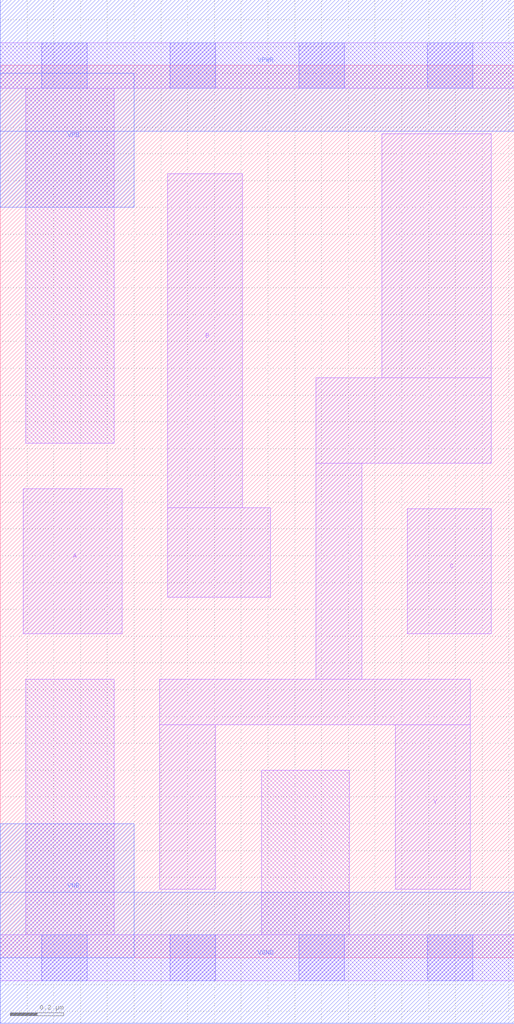
<source format=lef>
# Copyright 2020 The SkyWater PDK Authors
#
# Licensed under the Apache License, Version 2.0 (the "License");
# you may not use this file except in compliance with the License.
# You may obtain a copy of the License at
#
#     https://www.apache.org/licenses/LICENSE-2.0
#
# Unless required by applicable law or agreed to in writing, software
# distributed under the License is distributed on an "AS IS" BASIS,
# WITHOUT WARRANTIES OR CONDITIONS OF ANY KIND, either express or implied.
# See the License for the specific language governing permissions and
# limitations under the License.
#
# SPDX-License-Identifier: Apache-2.0

VERSION 5.5 ;
NAMESCASESENSITIVE ON ;
BUSBITCHARS "[]" ;
DIVIDERCHAR "/" ;
MACRO sky130_fd_sc_lp__nor3_1
  CLASS CORE ;
  SOURCE USER ;
  ORIGIN  0.000000  0.000000 ;
  SIZE  1.920000 BY  3.330000 ;
  SYMMETRY X Y R90 ;
  SITE unit ;
  PIN A
    ANTENNAGATEAREA  0.315000 ;
    DIRECTION INPUT ;
    USE SIGNAL ;
    PORT
      LAYER li1 ;
        RECT 0.085000 1.210000 0.455000 1.750000 ;
    END
  END A
  PIN B
    ANTENNAGATEAREA  0.315000 ;
    DIRECTION INPUT ;
    USE SIGNAL ;
    PORT
      LAYER li1 ;
        RECT 0.625000 1.345000 1.010000 1.680000 ;
        RECT 0.625000 1.680000 0.905000 2.925000 ;
    END
  END B
  PIN C
    ANTENNAGATEAREA  0.315000 ;
    DIRECTION INPUT ;
    USE SIGNAL ;
    PORT
      LAYER li1 ;
        RECT 1.520000 1.210000 1.835000 1.675000 ;
    END
  END C
  PIN Y
    ANTENNADIFFAREA  0.791700 ;
    DIRECTION OUTPUT ;
    USE SIGNAL ;
    PORT
      LAYER li1 ;
        RECT 0.595000 0.255000 0.805000 0.870000 ;
        RECT 0.595000 0.870000 1.755000 1.040000 ;
        RECT 1.180000 1.040000 1.350000 1.845000 ;
        RECT 1.180000 1.845000 1.835000 2.165000 ;
        RECT 1.425000 2.165000 1.835000 3.075000 ;
        RECT 1.475000 0.255000 1.755000 0.870000 ;
    END
  END Y
  PIN VGND
    DIRECTION INOUT ;
    USE GROUND ;
    PORT
      LAYER met1 ;
        RECT 0.000000 -0.245000 1.920000 0.245000 ;
    END
  END VGND
  PIN VNB
    DIRECTION INOUT ;
    USE GROUND ;
    PORT
      LAYER met1 ;
        RECT 0.000000 0.000000 0.500000 0.500000 ;
    END
  END VNB
  PIN VPB
    DIRECTION INOUT ;
    USE POWER ;
    PORT
      LAYER met1 ;
        RECT 0.000000 2.800000 0.500000 3.300000 ;
    END
  END VPB
  PIN VPWR
    DIRECTION INOUT ;
    USE POWER ;
    PORT
      LAYER met1 ;
        RECT 0.000000 3.085000 1.920000 3.575000 ;
    END
  END VPWR
  OBS
    LAYER li1 ;
      RECT 0.000000 -0.085000 1.920000 0.085000 ;
      RECT 0.000000  3.245000 1.920000 3.415000 ;
      RECT 0.095000  0.085000 0.425000 1.040000 ;
      RECT 0.095000  1.920000 0.425000 3.245000 ;
      RECT 0.975000  0.085000 1.305000 0.700000 ;
    LAYER mcon ;
      RECT 0.155000 -0.085000 0.325000 0.085000 ;
      RECT 0.155000  3.245000 0.325000 3.415000 ;
      RECT 0.635000 -0.085000 0.805000 0.085000 ;
      RECT 0.635000  3.245000 0.805000 3.415000 ;
      RECT 1.115000 -0.085000 1.285000 0.085000 ;
      RECT 1.115000  3.245000 1.285000 3.415000 ;
      RECT 1.595000 -0.085000 1.765000 0.085000 ;
      RECT 1.595000  3.245000 1.765000 3.415000 ;
  END
END sky130_fd_sc_lp__nor3_1

</source>
